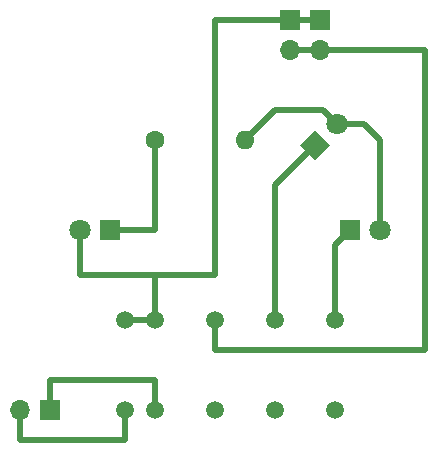
<source format=gbl>
G04 #@! TF.GenerationSoftware,KiCad,Pcbnew,5.1.10*
G04 #@! TF.CreationDate,2021-05-04T21:09:51+02:00*
G04 #@! TF.ProjectId,Weichensimulator-links,57656963-6865-46e7-9369-6d756c61746f,rev?*
G04 #@! TF.SameCoordinates,Original*
G04 #@! TF.FileFunction,Copper,L2,Bot*
G04 #@! TF.FilePolarity,Positive*
%FSLAX46Y46*%
G04 Gerber Fmt 4.6, Leading zero omitted, Abs format (unit mm)*
G04 Created by KiCad (PCBNEW 5.1.10) date 2021-05-04 21:09:51*
%MOMM*%
%LPD*%
G01*
G04 APERTURE LIST*
G04 #@! TA.AperFunction,ComponentPad*
%ADD10C,1.500000*%
G04 #@! TD*
G04 #@! TA.AperFunction,ComponentPad*
%ADD11C,1.800000*%
G04 #@! TD*
G04 #@! TA.AperFunction,ComponentPad*
%ADD12R,1.800000X1.800000*%
G04 #@! TD*
G04 #@! TA.AperFunction,ComponentPad*
%ADD13C,0.100000*%
G04 #@! TD*
G04 #@! TA.AperFunction,ComponentPad*
%ADD14O,1.600000X1.600000*%
G04 #@! TD*
G04 #@! TA.AperFunction,ComponentPad*
%ADD15C,1.600000*%
G04 #@! TD*
G04 #@! TA.AperFunction,ComponentPad*
%ADD16O,1.700000X1.700000*%
G04 #@! TD*
G04 #@! TA.AperFunction,ComponentPad*
%ADD17R,1.700000X1.700000*%
G04 #@! TD*
G04 #@! TA.AperFunction,Conductor*
%ADD18C,0.500000*%
G04 #@! TD*
G04 APERTURE END LIST*
D10*
X125730000Y-121920000D03*
X128270000Y-121920000D03*
X133350000Y-121920000D03*
X138430000Y-121920000D03*
X143510000Y-121920000D03*
X143510000Y-114300000D03*
X138430000Y-114300000D03*
X133350000Y-114300000D03*
X128270000Y-114300000D03*
X125730000Y-114300000D03*
D11*
X121920000Y-106680000D03*
D12*
X124460000Y-106680000D03*
X144780000Y-106680000D03*
D11*
X147320000Y-106680000D03*
X143596051Y-97703949D03*
G04 #@! TA.AperFunction,ComponentPad*
D13*
G36*
X141800000Y-100772792D02*
G01*
X140527208Y-99500000D01*
X141800000Y-98227208D01*
X143072792Y-99500000D01*
X141800000Y-100772792D01*
G37*
G04 #@! TD.AperFunction*
D14*
X135890000Y-99060000D03*
D15*
X128270000Y-99060000D03*
D16*
X116840000Y-121920000D03*
D17*
X119380000Y-121920000D03*
X139700000Y-88900000D03*
D16*
X139700000Y-91440000D03*
X142240000Y-91440000D03*
D17*
X142240000Y-88900000D03*
D18*
X128270000Y-106680000D02*
X124460000Y-106680000D01*
X128270000Y-99060000D02*
X128270000Y-106680000D01*
X144780000Y-106680000D02*
X143510000Y-107950000D01*
X143510000Y-107950000D02*
X143510000Y-114300000D01*
X141800000Y-99500000D02*
X138430000Y-102870000D01*
X138430000Y-102870000D02*
X138430000Y-114300000D01*
X116840000Y-121920000D02*
X116840000Y-124460000D01*
X116840000Y-124460000D02*
X125730000Y-124460000D01*
X125730000Y-124460000D02*
X125730000Y-121920000D01*
X119380000Y-121920000D02*
X119380000Y-119380000D01*
X119380000Y-119380000D02*
X128270000Y-119380000D01*
X128270000Y-119380000D02*
X128270000Y-121920000D01*
X139700000Y-88900000D02*
X137160000Y-88900000D01*
X139700000Y-88900000D02*
X142240000Y-88900000D01*
X121920000Y-106680000D02*
X121920000Y-110490000D01*
X133350000Y-88900000D02*
X139700000Y-88900000D01*
X133350000Y-110490000D02*
X133350000Y-88900000D01*
X129540000Y-110490000D02*
X133350000Y-110490000D01*
X125730000Y-114300000D02*
X128270000Y-114300000D01*
X128270000Y-114300000D02*
X128270000Y-110490000D01*
X128270000Y-110490000D02*
X129540000Y-110490000D01*
X121920000Y-110490000D02*
X128270000Y-110490000D01*
X139700000Y-91440000D02*
X142240000Y-91440000D01*
X133350000Y-114300000D02*
X133350000Y-116840000D01*
X151130000Y-116840000D02*
X151130000Y-91440000D01*
X151130000Y-91440000D02*
X142240000Y-91440000D01*
X151130000Y-116840000D02*
X133350000Y-116840000D01*
X147320000Y-106680000D02*
X147320000Y-99060000D01*
X143596051Y-97703949D02*
X142412102Y-96520000D01*
X142412102Y-96520000D02*
X138430000Y-96520000D01*
X138430000Y-96520000D02*
X135890000Y-99060000D01*
X143596051Y-97703949D02*
X145963949Y-97703949D01*
X145963949Y-97703949D02*
X147320000Y-99060000D01*
M02*

</source>
